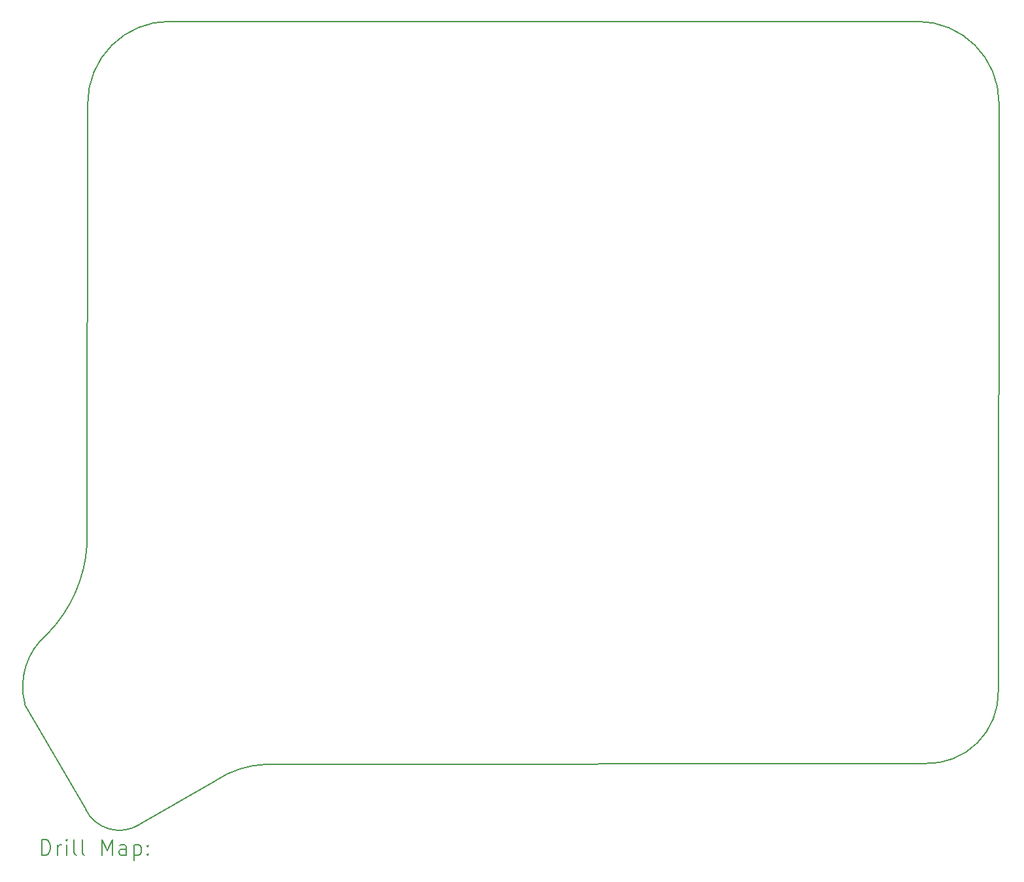
<source format=gbr>
%FSLAX45Y45*%
G04 Gerber Fmt 4.5, Leading zero omitted, Abs format (unit mm)*
G04 Created by KiCad (PCBNEW (6.0.5)) date 2022-06-01 14:16:08*
%MOMM*%
%LPD*%
G01*
G04 APERTURE LIST*
%TA.AperFunction,Profile*%
%ADD10C,0.200000*%
%TD*%
%ADD11C,0.200000*%
G04 APERTURE END LIST*
D10*
X14559767Y-10750000D02*
X14569533Y-5029533D01*
X14539769Y-14169999D02*
G75*
G03*
X15236050Y-14372546I439471J212689D01*
G01*
X26359767Y-12640000D02*
X26369066Y-5029533D01*
X14049767Y-11900000D02*
G75*
G03*
X14559767Y-10750000I-1307236J1267817D01*
G01*
X16879767Y-13590000D02*
X25409767Y-13580000D01*
X15629533Y-3969533D02*
X25309066Y-3969533D01*
X15236050Y-14372546D02*
X16224026Y-13801649D01*
X16879767Y-13590001D02*
G75*
G03*
X16224026Y-13801649I55013J-1292099D01*
G01*
X14539767Y-14170000D02*
X13759300Y-12819533D01*
X26369067Y-5029533D02*
G75*
G03*
X25309066Y-3969533I-1060007J-7D01*
G01*
X15629533Y-3969533D02*
G75*
G03*
X14569533Y-5029533I0J-1060000D01*
G01*
X25409767Y-13580000D02*
G75*
G03*
X26359767Y-12640000I30217J919515D01*
G01*
X14049767Y-11900001D02*
G75*
G03*
X13759300Y-12819533I566393J-684559D01*
G01*
D11*
X13975285Y-14766019D02*
X13975285Y-14566019D01*
X14022904Y-14566019D01*
X14051475Y-14575543D01*
X14070523Y-14594591D01*
X14080047Y-14613638D01*
X14089571Y-14651734D01*
X14089571Y-14680305D01*
X14080047Y-14718400D01*
X14070523Y-14737448D01*
X14051475Y-14756496D01*
X14022904Y-14766019D01*
X13975285Y-14766019D01*
X14175285Y-14766019D02*
X14175285Y-14632686D01*
X14175285Y-14670781D02*
X14184809Y-14651734D01*
X14194333Y-14642210D01*
X14213380Y-14632686D01*
X14232428Y-14632686D01*
X14299094Y-14766019D02*
X14299094Y-14632686D01*
X14299094Y-14566019D02*
X14289571Y-14575543D01*
X14299094Y-14585067D01*
X14308618Y-14575543D01*
X14299094Y-14566019D01*
X14299094Y-14585067D01*
X14422904Y-14766019D02*
X14403856Y-14756496D01*
X14394333Y-14737448D01*
X14394333Y-14566019D01*
X14527666Y-14766019D02*
X14508618Y-14756496D01*
X14499094Y-14737448D01*
X14499094Y-14566019D01*
X14756237Y-14766019D02*
X14756237Y-14566019D01*
X14822904Y-14708877D01*
X14889571Y-14566019D01*
X14889571Y-14766019D01*
X15070523Y-14766019D02*
X15070523Y-14661257D01*
X15060999Y-14642210D01*
X15041952Y-14632686D01*
X15003856Y-14632686D01*
X14984809Y-14642210D01*
X15070523Y-14756496D02*
X15051475Y-14766019D01*
X15003856Y-14766019D01*
X14984809Y-14756496D01*
X14975285Y-14737448D01*
X14975285Y-14718400D01*
X14984809Y-14699353D01*
X15003856Y-14689829D01*
X15051475Y-14689829D01*
X15070523Y-14680305D01*
X15165761Y-14632686D02*
X15165761Y-14832686D01*
X15165761Y-14642210D02*
X15184809Y-14632686D01*
X15222904Y-14632686D01*
X15241952Y-14642210D01*
X15251475Y-14651734D01*
X15260999Y-14670781D01*
X15260999Y-14727924D01*
X15251475Y-14746972D01*
X15241952Y-14756496D01*
X15222904Y-14766019D01*
X15184809Y-14766019D01*
X15165761Y-14756496D01*
X15346714Y-14746972D02*
X15356237Y-14756496D01*
X15346714Y-14766019D01*
X15337190Y-14756496D01*
X15346714Y-14746972D01*
X15346714Y-14766019D01*
X15346714Y-14642210D02*
X15356237Y-14651734D01*
X15346714Y-14661257D01*
X15337190Y-14651734D01*
X15346714Y-14642210D01*
X15346714Y-14661257D01*
M02*

</source>
